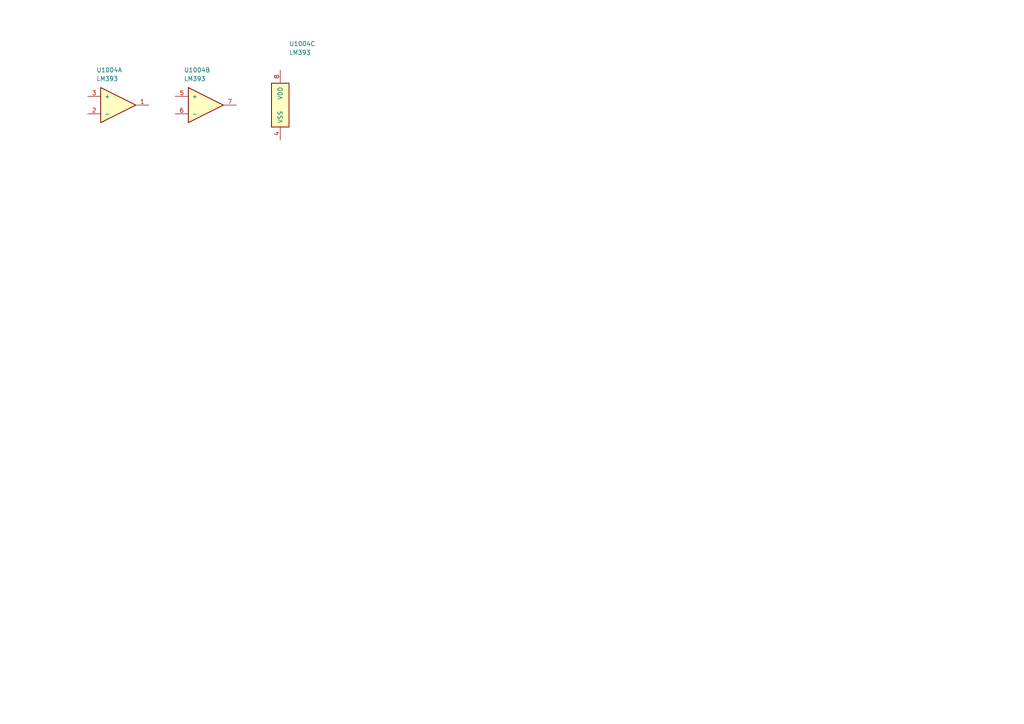
<source format=kicad_sch>
(kicad_sch
	(version 20250114)
	(generator "eeschema")
	(generator_version "9.0")
	(uuid "585962e7-f4c3-4078-bd84-618a5a7d3b98")
	(paper "A4")
	(title_block
		(title "Integrated circuits")
		(date "2026-01-10")
		(rev "1")
		(comment 1 "-")
		(comment 2 "-")
	)
	(lib_symbols
		(symbol "lily_symbols:ic_comparator_dual_LM393_soic8"
			(pin_names
				(offset 1.016)
			)
			(exclude_from_sim no)
			(in_bom yes)
			(on_board yes)
			(property "Reference" "U"
				(at 2.54 7.62 0)
				(effects
					(font
						(size 1.27 1.27)
					)
					(justify left)
				)
			)
			(property "Value" "LM393"
				(at 2.54 5.08 0)
				(effects
					(font
						(size 1.27 1.27)
					)
					(justify left)
				)
			)
			(property "Footprint" "lily_footprints:soic8"
				(at 7.62 -15.24 0)
				(effects
					(font
						(size 1.27 1.27)
					)
					(hide yes)
				)
			)
			(property "Datasheet" "https://lilytronics.github.io/lily_kicad_lib/datasheets/onsemi/LM393D.pdf"
				(at 7.62 -27.94 0)
				(effects
					(font
						(size 1.27 1.27)
					)
					(hide yes)
				)
			)
			(property "Description" ""
				(at 0 0 0)
				(effects
					(font
						(size 1.27 1.27)
					)
					(hide yes)
				)
			)
			(property "Revision" "1"
				(at 7.62 -10.16 0)
				(effects
					(font
						(size 1.27 1.27)
					)
					(hide yes)
				)
			)
			(property "Status" "Active"
				(at 7.62 -12.7 0)
				(effects
					(font
						(size 1.27 1.27)
					)
					(hide yes)
				)
			)
			(property "Manufacturer" "onsemi"
				(at 7.62 -17.78 0)
				(effects
					(font
						(size 1.27 1.27)
					)
					(hide yes)
				)
			)
			(property "Manufacturer_ID" "LM393DR2G"
				(at 7.62 -20.32 0)
				(effects
					(font
						(size 1.27 1.27)
					)
					(hide yes)
				)
			)
			(property "Lily_ID" "NO_ID"
				(at 7.62 -22.86 0)
				(effects
					(font
						(size 1.27 1.27)
					)
					(hide yes)
				)
			)
			(property "JLCPCB_ID" "C7955"
				(at 7.62 -25.4 0)
				(effects
					(font
						(size 1.27 1.27)
					)
					(hide yes)
				)
			)
			(property "ki_locked" ""
				(at 0 0 0)
				(effects
					(font
						(size 1.27 1.27)
					)
				)
			)
			(symbol "ic_comparator_dual_LM393_soic8_1_1"
				(polyline
					(pts
						(xy 3.81 2.54) (xy 3.81 -7.62) (xy 13.97 -2.54) (xy 3.81 2.54)
					)
					(stroke
						(width 0.254)
						(type default)
					)
					(fill
						(type background)
					)
				)
				(pin input line
					(at 0 0 0)
					(length 3.81)
					(name "+"
						(effects
							(font
								(size 1.27 1.27)
							)
						)
					)
					(number "3"
						(effects
							(font
								(size 1.27 1.27)
							)
						)
					)
				)
				(pin input line
					(at 0 -5.08 0)
					(length 3.81)
					(name "-"
						(effects
							(font
								(size 1.27 1.27)
							)
						)
					)
					(number "2"
						(effects
							(font
								(size 1.27 1.27)
							)
						)
					)
				)
				(pin open_collector line
					(at 17.78 -2.54 180)
					(length 3.81)
					(name "~"
						(effects
							(font
								(size 1.27 1.27)
							)
						)
					)
					(number "1"
						(effects
							(font
								(size 1.27 1.27)
							)
						)
					)
				)
			)
			(symbol "ic_comparator_dual_LM393_soic8_2_1"
				(polyline
					(pts
						(xy 3.81 2.54) (xy 3.81 -7.62) (xy 13.97 -2.54) (xy 3.81 2.54)
					)
					(stroke
						(width 0.254)
						(type default)
					)
					(fill
						(type background)
					)
				)
				(pin input line
					(at 0 0 0)
					(length 3.81)
					(name "+"
						(effects
							(font
								(size 1.27 1.27)
							)
						)
					)
					(number "5"
						(effects
							(font
								(size 1.27 1.27)
							)
						)
					)
				)
				(pin input line
					(at 0 -5.08 0)
					(length 3.81)
					(name "-"
						(effects
							(font
								(size 1.27 1.27)
							)
						)
					)
					(number "6"
						(effects
							(font
								(size 1.27 1.27)
							)
						)
					)
				)
				(pin output line
					(at 17.78 -2.54 180)
					(length 3.81)
					(name "~"
						(effects
							(font
								(size 1.27 1.27)
							)
						)
					)
					(number "7"
						(effects
							(font
								(size 1.27 1.27)
							)
						)
					)
				)
			)
			(symbol "ic_comparator_dual_LM393_soic8_3_1"
				(rectangle
					(start -2.54 -3.81)
					(end 2.54 -16.51)
					(stroke
						(width 0.254)
						(type default)
					)
					(fill
						(type background)
					)
				)
				(pin power_in line
					(at 0 0 270)
					(length 3.81)
					(name "VDD"
						(effects
							(font
								(size 1.27 1.27)
							)
						)
					)
					(number "8"
						(effects
							(font
								(size 1.27 1.27)
							)
						)
					)
				)
				(pin power_in line
					(at 0 -20.32 90)
					(length 3.81)
					(name "VSS"
						(effects
							(font
								(size 1.27 1.27)
							)
						)
					)
					(number "4"
						(effects
							(font
								(size 1.27 1.27)
							)
						)
					)
				)
			)
			(embedded_fonts no)
		)
	)
	(symbol
		(lib_id "lily_symbols:ic_comparator_dual_LM393_soic8")
		(at 50.8 27.94 0)
		(unit 2)
		(exclude_from_sim no)
		(in_bom yes)
		(on_board yes)
		(dnp no)
		(uuid "1fc0f37e-477a-41c5-ab5f-58af4873acde")
		(property "Reference" "U1004"
			(at 53.34 20.32 0)
			(effects
				(font
					(size 1.27 1.27)
				)
				(justify left)
			)
		)
		(property "Value" "LM393"
			(at 53.34 22.86 0)
			(effects
				(font
					(size 1.27 1.27)
				)
				(justify left)
			)
		)
		(property "Footprint" "lily_footprints:soic8"
			(at 58.42 43.18 0)
			(effects
				(font
					(size 1.27 1.27)
				)
				(hide yes)
			)
		)
		(property "Datasheet" "https://lilytronics.github.io/lily_kicad_lib/datasheets/onsemi/LM393D.pdf"
			(at 58.42 55.88 0)
			(effects
				(font
					(size 1.27 1.27)
				)
				(hide yes)
			)
		)
		(property "Description" ""
			(at 50.8 27.94 0)
			(effects
				(font
					(size 1.27 1.27)
				)
				(hide yes)
			)
		)
		(property "Revision" "1"
			(at 58.42 38.1 0)
			(effects
				(font
					(size 1.27 1.27)
				)
				(hide yes)
			)
		)
		(property "Status" "Active"
			(at 58.42 40.64 0)
			(effects
				(font
					(size 1.27 1.27)
				)
				(hide yes)
			)
		)
		(property "Manufacturer" "onsemi"
			(at 58.42 45.72 0)
			(effects
				(font
					(size 1.27 1.27)
				)
				(hide yes)
			)
		)
		(property "Manufacturer_ID" "LM393DR2G"
			(at 58.42 48.26 0)
			(effects
				(font
					(size 1.27 1.27)
				)
				(hide yes)
			)
		)
		(property "Lily_ID" "NO_ID"
			(at 58.42 50.8 0)
			(effects
				(font
					(size 1.27 1.27)
				)
				(hide yes)
			)
		)
		(property "JLCPCB_ID" "C7955"
			(at 58.42 53.34 0)
			(effects
				(font
					(size 1.27 1.27)
				)
				(hide yes)
			)
		)
		(pin "1"
			(uuid "058cfbb6-9e70-40a2-896d-6b548f760073")
		)
		(pin "3"
			(uuid "b7862f6b-5eff-40e8-94c6-f0087e769a4b")
		)
		(pin "5"
			(uuid "d49cf603-0959-406d-aeb5-ef7af6aaeb8f")
		)
		(pin "7"
			(uuid "d813cba1-4f31-4a28-908c-dfda17926533")
		)
		(pin "6"
			(uuid "1abe8f33-6870-4e55-815b-55f336e7185e")
		)
		(pin "8"
			(uuid "112308b7-61f7-4bf9-b094-fdf131eea50c")
		)
		(pin "4"
			(uuid "1dcbf1ab-e26d-4ca9-b2bb-6caead81dd67")
		)
		(pin "2"
			(uuid "afb2055d-e0df-4ba4-964d-9cce40532710")
		)
		(instances
			(project ""
				(path "/e63e39d7-6ac0-4ffd-8aa3-1841a4541b55/64ad515c-1917-4362-ba42-40f00b5a0d5c"
					(reference "U1004")
					(unit 2)
				)
			)
		)
	)
	(symbol
		(lib_id "lily_symbols:ic_comparator_dual_LM393_soic8")
		(at 81.28 20.32 0)
		(unit 3)
		(exclude_from_sim no)
		(in_bom yes)
		(on_board yes)
		(dnp no)
		(uuid "bcd63b04-a92d-4a64-8ae5-214af0e6b0ab")
		(property "Reference" "U1004"
			(at 83.82 12.7 0)
			(effects
				(font
					(size 1.27 1.27)
				)
				(justify left)
			)
		)
		(property "Value" "LM393"
			(at 83.82 15.24 0)
			(effects
				(font
					(size 1.27 1.27)
				)
				(justify left)
			)
		)
		(property "Footprint" "lily_footprints:soic8"
			(at 88.9 35.56 0)
			(effects
				(font
					(size 1.27 1.27)
				)
				(hide yes)
			)
		)
		(property "Datasheet" "https://lilytronics.github.io/lily_kicad_lib/datasheets/onsemi/LM393D.pdf"
			(at 88.9 48.26 0)
			(effects
				(font
					(size 1.27 1.27)
				)
				(hide yes)
			)
		)
		(property "Description" ""
			(at 81.28 20.32 0)
			(effects
				(font
					(size 1.27 1.27)
				)
				(hide yes)
			)
		)
		(property "Revision" "1"
			(at 88.9 30.48 0)
			(effects
				(font
					(size 1.27 1.27)
				)
				(hide yes)
			)
		)
		(property "Status" "Active"
			(at 88.9 33.02 0)
			(effects
				(font
					(size 1.27 1.27)
				)
				(hide yes)
			)
		)
		(property "Manufacturer" "onsemi"
			(at 88.9 38.1 0)
			(effects
				(font
					(size 1.27 1.27)
				)
				(hide yes)
			)
		)
		(property "Manufacturer_ID" "LM393DR2G"
			(at 88.9 40.64 0)
			(effects
				(font
					(size 1.27 1.27)
				)
				(hide yes)
			)
		)
		(property "Lily_ID" "NO_ID"
			(at 88.9 43.18 0)
			(effects
				(font
					(size 1.27 1.27)
				)
				(hide yes)
			)
		)
		(property "JLCPCB_ID" "C7955"
			(at 88.9 45.72 0)
			(effects
				(font
					(size 1.27 1.27)
				)
				(hide yes)
			)
		)
		(pin "1"
			(uuid "058cfbb6-9e70-40a2-896d-6b548f760074")
		)
		(pin "3"
			(uuid "b7862f6b-5eff-40e8-94c6-f0087e769a4c")
		)
		(pin "5"
			(uuid "d49cf603-0959-406d-aeb5-ef7af6aaeb90")
		)
		(pin "7"
			(uuid "d813cba1-4f31-4a28-908c-dfda17926534")
		)
		(pin "6"
			(uuid "1abe8f33-6870-4e55-815b-55f336e7185f")
		)
		(pin "8"
			(uuid "112308b7-61f7-4bf9-b094-fdf131eea50d")
		)
		(pin "4"
			(uuid "1dcbf1ab-e26d-4ca9-b2bb-6caead81dd68")
		)
		(pin "2"
			(uuid "afb2055d-e0df-4ba4-964d-9cce40532711")
		)
		(instances
			(project ""
				(path "/e63e39d7-6ac0-4ffd-8aa3-1841a4541b55/64ad515c-1917-4362-ba42-40f00b5a0d5c"
					(reference "U1004")
					(unit 3)
				)
			)
		)
	)
	(symbol
		(lib_id "lily_symbols:ic_comparator_dual_LM393_soic8")
		(at 25.4 27.94 0)
		(unit 1)
		(exclude_from_sim no)
		(in_bom yes)
		(on_board yes)
		(dnp no)
		(uuid "c451a75a-cd54-414b-8488-3fa1655747c2")
		(property "Reference" "U1004"
			(at 27.94 20.32 0)
			(effects
				(font
					(size 1.27 1.27)
				)
				(justify left)
			)
		)
		(property "Value" "LM393"
			(at 27.94 22.86 0)
			(effects
				(font
					(size 1.27 1.27)
				)
				(justify left)
			)
		)
		(property "Footprint" "lily_footprints:soic8"
			(at 33.02 43.18 0)
			(effects
				(font
					(size 1.27 1.27)
				)
				(hide yes)
			)
		)
		(property "Datasheet" "https://lilytronics.github.io/lily_kicad_lib/datasheets/onsemi/LM393D.pdf"
			(at 33.02 55.88 0)
			(effects
				(font
					(size 1.27 1.27)
				)
				(hide yes)
			)
		)
		(property "Description" ""
			(at 25.4 27.94 0)
			(effects
				(font
					(size 1.27 1.27)
				)
				(hide yes)
			)
		)
		(property "Revision" "1"
			(at 33.02 38.1 0)
			(effects
				(font
					(size 1.27 1.27)
				)
				(hide yes)
			)
		)
		(property "Status" "Active"
			(at 33.02 40.64 0)
			(effects
				(font
					(size 1.27 1.27)
				)
				(hide yes)
			)
		)
		(property "Manufacturer" "onsemi"
			(at 33.02 45.72 0)
			(effects
				(font
					(size 1.27 1.27)
				)
				(hide yes)
			)
		)
		(property "Manufacturer_ID" "LM393DR2G"
			(at 33.02 48.26 0)
			(effects
				(font
					(size 1.27 1.27)
				)
				(hide yes)
			)
		)
		(property "Lily_ID" "NO_ID"
			(at 33.02 50.8 0)
			(effects
				(font
					(size 1.27 1.27)
				)
				(hide yes)
			)
		)
		(property "JLCPCB_ID" "C7955"
			(at 33.02 53.34 0)
			(effects
				(font
					(size 1.27 1.27)
				)
				(hide yes)
			)
		)
		(pin "1"
			(uuid "058cfbb6-9e70-40a2-896d-6b548f760075")
		)
		(pin "3"
			(uuid "b7862f6b-5eff-40e8-94c6-f0087e769a4d")
		)
		(pin "5"
			(uuid "d49cf603-0959-406d-aeb5-ef7af6aaeb91")
		)
		(pin "7"
			(uuid "d813cba1-4f31-4a28-908c-dfda17926535")
		)
		(pin "6"
			(uuid "1abe8f33-6870-4e55-815b-55f336e71860")
		)
		(pin "8"
			(uuid "112308b7-61f7-4bf9-b094-fdf131eea50e")
		)
		(pin "4"
			(uuid "1dcbf1ab-e26d-4ca9-b2bb-6caead81dd69")
		)
		(pin "2"
			(uuid "afb2055d-e0df-4ba4-964d-9cce40532712")
		)
		(instances
			(project ""
				(path "/e63e39d7-6ac0-4ffd-8aa3-1841a4541b55/64ad515c-1917-4362-ba42-40f00b5a0d5c"
					(reference "U1004")
					(unit 1)
				)
			)
		)
	)
)

</source>
